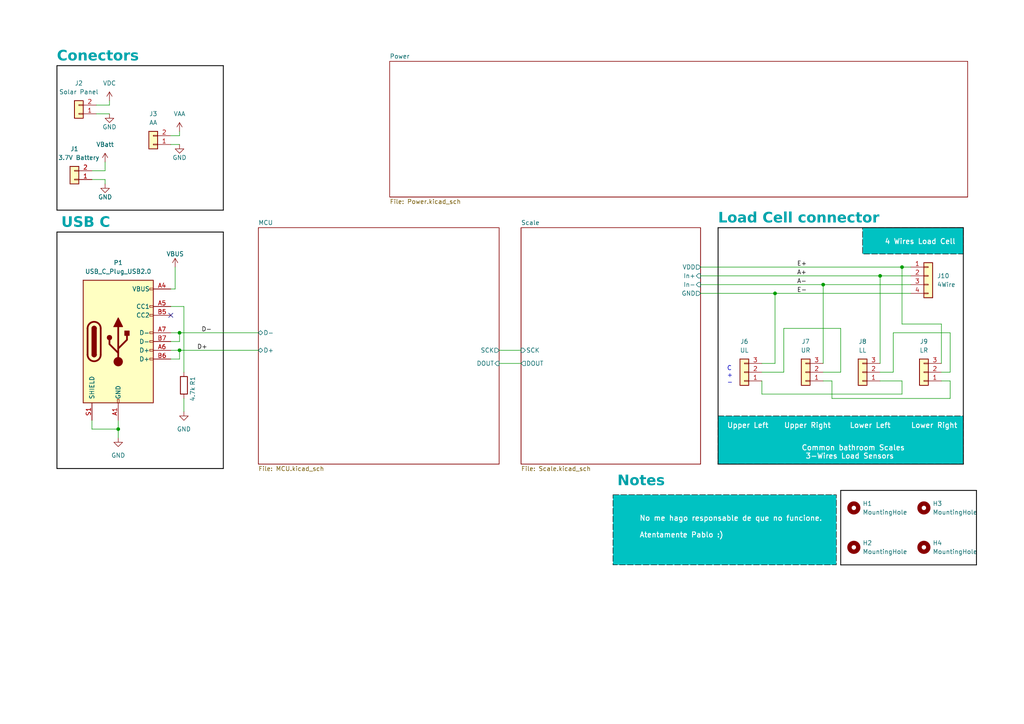
<source format=kicad_sch>
(kicad_sch (version 20231120) (generator "eeschema") (generator_version "8.0")
  (paper "A4")
  (title_block (title "Gas Weigther") (date "2023-11-04") (rev "1"))
  (lib_symbols
    (symbol "Connector:USB_C_Receptacle_USB2.0_14P" (pin_names (offset 1.016))
      (property "Reference" "J" (at 0 22.225 0))
      (property "Value" "USB_C_Receptacle_USB2.0_14P" (at 0 19.685 0))
      (symbol "USB_C_Receptacle_USB2.0_14P_0_0"
        (rectangle (start -0.254 -17.78) (end 0.254 -16.764))
        (rectangle (start 10.16 -4.826) (end 9.144 -5.334))
        (rectangle (start 10.16 -2.286) (end 9.144 -2.794))
        (rectangle (start 10.16 0.254) (end 9.144 -0.254))
        (rectangle (start 10.16 2.794) (end 9.144 2.286))
        (rectangle (start 10.16 7.874) (end 9.144 7.366))
        (rectangle (start 10.16 10.414) (end 9.144 9.906))
        (rectangle (start 10.16 15.494) (end 9.144 14.986))
      )
      (symbol "USB_C_Receptacle_USB2.0_14P_0_1"
        (rectangle (start -10.16 17.78) (end 10.16 -17.78) (stroke (width 0.254)) (fill (type background)))
        (arc (start -8.89 -3.81) (mid -6.985 -5.7067) (end -5.08 -3.81) (stroke (width 0.508)))
        (arc (start -7.62 -3.81) (mid -6.985 -4.4423) (end -6.35 -3.81) (stroke (width 0.254)))
        (arc (start -7.62 -3.81) (mid -6.985 -4.4423) (end -6.35 -3.81) (stroke (width 0.254)) (fill (type outline)))
        (rectangle (start -7.62 -3.81) (end -6.35 3.81) (stroke (width 0.254)) (fill (type outline)))
        (arc (start -6.35 3.81) (mid -6.985 4.4423) (end -7.62 3.81) (stroke (width 0.254)))
        (arc (start -6.35 3.81) (mid -6.985 4.4423) (end -7.62 3.81) (stroke (width 0.254)) (fill (type outline)))
        (arc (start -5.08 3.81) (mid -6.985 5.7067) (end -8.89 3.81) (stroke (width 0.508)))
        (circle (center -2.54 1.143) (radius 0.635) (stroke (width 0.254)) (fill (type outline)))
        (circle (center 0 -5.842) (radius 1.27) (fill (type outline)))
        (polyline (pts (xy -8.89 -3.81) (xy -8.89 3.81)) (stroke (width 0.508)))
        (polyline (pts (xy -5.08 3.81) (xy -5.08 -3.81)) (stroke (width 0.508)))
        (polyline (pts (xy 0 -5.842) (xy 0 4.318)) (stroke (width 0.508)))
        (polyline (pts (xy 0 -3.302) (xy -2.54 -0.762) (xy -2.54 0.508)) (stroke (width 0.508)))
        (polyline (pts (xy 0 -2.032) (xy 2.54 0.508) (xy 2.54 1.778)) (stroke (width 0.508)))
        (polyline (pts (xy -1.27 4.318) (xy 0 6.858) (xy 1.27 4.318) (xy -1.27 4.318)) (stroke (width 0.254)) (fill (type outline)))
        (rectangle (start 1.905 1.778) (end 3.175 3.048) (stroke (width 0.254)) (fill (type outline)))
      )
      (symbol "USB_C_Receptacle_USB2.0_14P_1_1"
        (pin passive line (at 0 -22.86 90) (length 5.08) (name "GND") (number "A1"))
        (pin passive line (at 0 -22.86 90) (length 5.08) hide (name "GND") (number "A12"))
        (pin passive line (at 15.24 15.24 180) (length 5.08) (name "VBUS") (number "A4"))
        (pin bidirectional line (at 15.24 10.16 180) (length 5.08) (name "CC1") (number "A5"))
        (pin bidirectional line (at 15.24 -2.54 180) (length 5.08) (name "D+") (number "A6"))
        (pin bidirectional line (at 15.24 2.54 180) (length 5.08) (name "D-") (number "A7"))
        (pin passive line (at 15.24 15.24 180) (length 5.08) hide (name "VBUS") (number "A9"))
        (pin passive line (at 0 -22.86 90) (length 5.08) hide (name "GND") (number "B1"))
        (pin passive line (at 0 -22.86 90) (length 5.08) hide (name "GND") (number "B12"))
        (pin passive line (at 15.24 15.24 180) (length 5.08) hide (name "VBUS") (number "B4"))
        (pin bidirectional line (at 15.24 7.62 180) (length 5.08) (name "CC2") (number "B5"))
        (pin bidirectional line (at 15.24 -5.08 180) (length 5.08) (name "D+") (number "B6"))
        (pin bidirectional line (at 15.24 0 180) (length 5.08) (name "D-") (number "B7"))
        (pin passive line (at 15.24 15.24 180) (length 5.08) hide (name "VBUS") (number "B9"))
        (pin passive line (at -7.62 -22.86 90) (length 5.08) (name "SHIELD") (number "S1"))
      )
    )
    (symbol "Connector_Generic:Conn_01x02" (pin_names (offset 1.016) hide)
      (property "Reference" "J" (at 0 2.54 0))
      (property "Value" "Conn_01x02" (at 0 -5.08 0))
      (symbol "Conn_01x02_1_1"
        (rectangle (start -1.27 -2.413) (end 0 -2.667) (stroke (width 0.1524)))
        (rectangle (start -1.27 0.127) (end 0 -0.127) (stroke (width 0.1524)))
        (rectangle (start -1.27 1.27) (end 1.27 -3.81) (stroke (width 0.254)) (fill (type background)))
        (pin passive line (at -5.08 0 0) (length 3.81) (name "Pin_1") (number "1"))
        (pin passive line (at -5.08 -2.54 0) (length 3.81) (name "Pin_2") (number "2"))
      )
    )
    (symbol "Connector_Generic:Conn_01x03" (pin_names (offset 1.016) hide)
      (property "Reference" "J" (at 0 5.08 0))
      (property "Value" "Conn_01x03" (at 0 -5.08 0))
      (symbol "Conn_01x03_1_1"
        (rectangle (start -1.27 -2.413) (end 0 -2.667) (stroke (width 0.1524)))
        (rectangle (start -1.27 0.127) (end 0 -0.127) (stroke (width 0.1524)))
        (rectangle (start -1.27 2.667) (end 0 2.413) (stroke (width 0.1524)))
        (rectangle (start -1.27 3.81) (end 1.27 -3.81) (stroke (width 0.254)) (fill (type background)))
        (pin passive line (at -5.08 2.54 0) (length 3.81) (name "Pin_1") (number "1"))
        (pin passive line (at -5.08 0 0) (length 3.81) (name "Pin_2") (number "2"))
        (pin passive line (at -5.08 -2.54 0) (length 3.81) (name "Pin_3") (number "3"))
      )
    )
    (symbol "Connector_Generic:Conn_01x04" (pin_names (offset 1.016) hide)
      (property "Reference" "J" (at 0 5.08 0))
      (property "Value" "Conn_01x04" (at 0 -7.62 0))
      (symbol "Conn_01x04_1_1"
        (rectangle (start -1.27 -4.953) (end 0 -5.207) (stroke (width 0.1524)))
        (rectangle (start -1.27 -2.413) (end 0 -2.667) (stroke (width 0.1524)))
        (rectangle (start -1.27 0.127) (end 0 -0.127) (stroke (width 0.1524)))
        (rectangle (start -1.27 2.667) (end 0 2.413) (stroke (width 0.1524)))
        (rectangle (start -1.27 3.81) (end 1.27 -6.35) (stroke (width 0.254)) (fill (type background)))
        (pin passive line (at -5.08 2.54 0) (length 3.81) (name "Pin_1") (number "1"))
        (pin passive line (at -5.08 0 0) (length 3.81) (name "Pin_2") (number "2"))
        (pin passive line (at -5.08 -2.54 0) (length 3.81) (name "Pin_3") (number "3"))
        (pin passive line (at -5.08 -5.08 0) (length 3.81) (name "Pin_4") (number "4"))
      )
    )
    (symbol "Device:R" (pin_numbers hide) (pin_names (offset 0))
      (property "Reference" "R" (at 2.032 0 90))
      (property "Value" "R" (at 0 0 90))
      (symbol "R_0_1"
        (rectangle (start -1.016 -2.54) (end 1.016 2.54) (stroke (width 0.254)))
      )
      (symbol "R_1_1"
        (pin passive line (at 0 3.81 270) (length 1.27) (name "~") (number "1"))
        (pin passive line (at 0 -3.81 90) (length 1.27) (name "~") (number "2"))
      )
    )
    (symbol "Mechanical:MountingHole" (pin_names (offset 1.016))
      (property "Reference" "H" (at 0 5.08 0))
      (property "Value" "MountingHole" (at 0 3.175 0))
      (symbol "MountingHole_0_1"
        (circle (center 0 0) (radius 1.27) (stroke (width 1.27)))
      )
    )
    (symbol "Power_Symbols:VBatt" (power) (pin_names (offset 0))
      (property "Value" "VBatt" (at 0 6.35 0))
      (symbol "VBatt_0_1"
        (polyline (pts (xy -0.762 1.27) (xy 0 2.54)))
        (polyline (pts (xy 0 0) (xy 0 2.54)))
        (polyline (pts (xy 0 2.54) (xy 0.762 1.27)))
      )
      (symbol "VBatt_1_1"
        (pin power_in line (at 0 0 90) (length 0) hide (name "VBatt") (number "1"))
      )
    )
    (symbol "power:GND" (power) (pin_names (offset 0))
      (property "Value" "GND" (at 0 -3.81 0))
      (symbol "GND_0_1"
        (polyline (pts (xy 0 0) (xy 0 -1.27) (xy 1.27 -1.27) (xy 0 -2.54) (xy -1.27 -1.27) (xy 0 -1.27)))
      )
      (symbol "GND_1_1"
        (pin power_in line (at 0 0 270) (length 0) hide (name "GND") (number "1"))
      )
    )
    (symbol "power:VAA" (power) (pin_names (offset 0))
      (property "Value" "VAA" (at 0 3.81 0))
      (symbol "VAA_0_1"
        (polyline (pts (xy -0.762 1.27) (xy 0 2.54)))
        (polyline (pts (xy 0 0) (xy 0 2.54)))
        (polyline (pts (xy 0 2.54) (xy 0.762 1.27)))
      )
      (symbol "VAA_1_1"
        (pin power_in line (at 0 0 90) (length 0) hide (name "VAA") (number "1"))
      )
    )
    (symbol "power:VBUS" (power) (pin_names (offset 0))
      (property "Value" "VBUS" (at 0 3.81 0))
      (symbol "VBUS_0_1"
        (polyline (pts (xy -0.762 1.27) (xy 0 2.54)))
        (polyline (pts (xy 0 0) (xy 0 2.54)))
        (polyline (pts (xy 0 2.54) (xy 0.762 1.27)))
      )
      (symbol "VBUS_1_1"
        (pin power_in line (at 0 0 90) (length 0) hide (name "VBUS") (number "1"))
      )
    )
    (symbol "power:VDC" (power) (pin_names (offset 0))
      (property "Value" "VDC" (at 0 6.35 0))
      (symbol "VDC_0_1"
        (polyline (pts (xy -0.762 1.27) (xy 0 2.54)))
        (polyline (pts (xy 0 0) (xy 0 2.54)))
        (polyline (pts (xy 0 2.54) (xy 0.762 1.27)))
      )
      (symbol "VDC_1_1"
        (pin power_in line (at 0 0 90) (length 0) hide (name "VDC") (number "1"))
      )
    )
  )
  (junction (at 224.79 85.09))
  (junction (at 52.07 101.6))
  (junction (at 261.62 77.47))
  (junction (at 34.29 124.46))
  (junction (at 52.07 96.52))
  (junction (at 255.27 80.01))
  (junction (at 238.76 82.55))
  (no_connect (at 49.53 91.44))
  (wire (pts (xy 261.62 114.3) (xy 261.62 110.49)))
  (polyline (pts (xy 16.51 67.31) (xy 64.77 67.31)) (stroke (width 0.25) (type solid) (color 0 0 0 1)))
  (polyline (pts (xy 208.28 66.04) (xy 279.4 66.04)) (stroke (width 0.25) (type solid) (color 0 0 0 1)))
  (wire (pts (xy 203.2 82.55) (xy 238.76 82.55)))
  (wire (pts (xy 26.67 52.07) (xy 30.48 52.07)))
  (wire (pts (xy 255.27 80.01) (xy 255.27 105.41)))
  (polyline (pts (xy 16.51 19.05) (xy 16.51 60.96)) (stroke (width 0.25) (type solid) (color 0 0 0 1)))
  (wire (pts (xy 241.3 115.57) (xy 275.59 115.57)))
  (wire (pts (xy 273.05 107.95) (xy 275.59 107.95)))
  (wire (pts (xy 275.59 115.57) (xy 275.59 110.49)))
  (wire (pts (xy 52.07 101.6) (xy 74.93 101.6)))
  (wire (pts (xy 144.78 105.41) (xy 151.13 105.41)))
  (wire (pts (xy 275.59 107.95) (xy 275.59 96.52)))
  (wire (pts (xy 50.8 77.47) (xy 50.8 83.82)))
  (polyline (pts (xy 283.21 142.24) (xy 283.21 163.83)) (stroke (width 0.25) (type solid) (color 0 0 0 1)))
  (wire (pts (xy 261.62 110.49) (xy 255.27 110.49)))
  (wire (pts (xy 220.98 114.3) (xy 220.98 110.49)))
  (polyline (pts (xy 64.77 67.31) (xy 64.77 135.89)) (stroke (width 0.25) (type solid) (color 0 0 0 1)))
  (wire (pts (xy 255.27 80.01) (xy 264.16 80.01)))
  (wire (pts (xy 27.94 33.02) (xy 31.75 33.02)))
  (wire (pts (xy 49.53 104.14) (xy 52.07 104.14)))
  (wire (pts (xy 52.07 96.52) (xy 74.93 96.52)))
  (wire (pts (xy 255.27 107.95) (xy 259.08 107.95)))
  (wire (pts (xy 49.53 41.91) (xy 52.07 41.91)))
  (wire (pts (xy 53.34 88.9) (xy 53.34 107.95)))
  (wire (pts (xy 49.53 83.82) (xy 50.8 83.82)))
  (polyline (pts (xy 279.4 134.62) (xy 208.28 134.62)) (stroke (width 0.25) (type solid) (color 0 0 0 1)))
  (wire (pts (xy 261.62 77.47) (xy 264.16 77.47)))
  (polyline (pts (xy 243.84 163.83) (xy 283.21 163.83)) (stroke (width 0.25) (type solid) (color 0 0 0 1)))
  (wire (pts (xy 52.07 104.14) (xy 52.07 101.6)))
  (polyline (pts (xy 243.84 142.24) (xy 283.21 142.24)) (stroke (width 0.25) (type solid) (color 0 0 0 1)))
  (polyline (pts (xy 64.77 135.89) (xy 16.51 135.89)) (stroke (width 0.25) (type solid) (color 0 0 0 1)))
  (wire (pts (xy 259.08 96.52) (xy 259.08 107.95)))
  (wire (pts (xy 203.2 77.47) (xy 261.62 77.47)))
  (wire (pts (xy 220.98 105.41) (xy 224.79 105.41)))
  (wire (pts (xy 275.59 110.49) (xy 273.05 110.49)))
  (wire (pts (xy 144.78 101.6) (xy 151.13 101.6)))
  (wire (pts (xy 238.76 82.55) (xy 264.16 82.55)))
  (wire (pts (xy 241.3 110.49) (xy 241.3 115.57)))
  (wire (pts (xy 224.79 85.09) (xy 224.79 105.41)))
  (wire (pts (xy 224.79 85.09) (xy 264.16 85.09)))
  (wire (pts (xy 31.75 29.21) (xy 31.75 30.48)))
  (wire (pts (xy 49.53 99.06) (xy 52.07 99.06)))
  (wire (pts (xy 243.84 95.25) (xy 227.33 95.25)))
  (wire (pts (xy 52.07 38.1) (xy 52.07 39.37)))
  (wire (pts (xy 220.98 107.95) (xy 227.33 107.95)))
  (wire (pts (xy 273.05 105.41) (xy 273.05 93.98)))
  (wire (pts (xy 27.94 30.48) (xy 31.75 30.48)))
  (wire (pts (xy 220.98 114.3) (xy 261.62 114.3)))
  (wire (pts (xy 238.76 82.55) (xy 238.76 105.41)))
  (wire (pts (xy 34.29 124.46) (xy 34.29 127)))
  (polyline (pts (xy 64.77 19.05) (xy 64.77 60.96)) (stroke (width 0.25) (type solid) (color 0 0 0 1)))
  (wire (pts (xy 238.76 110.49) (xy 241.3 110.49)))
  (wire (pts (xy 52.07 99.06) (xy 52.07 96.52)))
  (wire (pts (xy 203.2 85.09) (xy 224.79 85.09)))
  (wire (pts (xy 26.67 124.46) (xy 26.67 121.92)))
  (polyline (pts (xy 16.51 67.31) (xy 16.51 135.89)) (stroke (width 0.25) (type solid) (color 0 0 0 1)))
  (wire (pts (xy 203.2 80.01) (xy 255.27 80.01)))
  (wire (pts (xy 30.48 46.99) (xy 30.48 49.53)))
  (polyline (pts (xy 279.4 66.04) (xy 279.4 134.62)) (stroke (width 0.25) (type solid) (color 0 0 0 1)))
  (wire (pts (xy 243.84 107.95) (xy 243.84 95.25)))
  (wire (pts (xy 238.76 107.95) (xy 243.84 107.95)))
  (wire (pts (xy 49.53 96.52) (xy 52.07 96.52)))
  (wire (pts (xy 26.67 124.46) (xy 34.29 124.46)))
  (wire (pts (xy 275.59 96.52) (xy 259.08 96.52)))
  (wire (pts (xy 49.53 101.6) (xy 52.07 101.6)))
  (wire (pts (xy 273.05 93.98) (xy 261.62 93.98)))
  (wire (pts (xy 261.62 93.98) (xy 261.62 77.47)))
  (polyline (pts (xy 16.51 19.05) (xy 64.77 19.05)) (stroke (width 0.25) (type solid) (color 0 0 0 1)))
  (wire (pts (xy 34.29 121.92) (xy 34.29 124.46)))
  (wire (pts (xy 227.33 95.25) (xy 227.33 107.95)))
  (wire (pts (xy 30.48 49.53) (xy 26.67 49.53)))
  (polyline (pts (xy 64.77 60.96) (xy 16.51 60.96)) (stroke (width 0.25) (type solid) (color 0 0 0 1)))
  (polyline (pts (xy 208.28 66.04) (xy 208.28 134.62)) (stroke (width 0.25) (type solid) (color 0 0 0 1)))
  (wire (pts (xy 52.07 39.37) (xy 49.53 39.37)))
  (wire (pts (xy 30.48 53.34) (xy 30.48 52.07)))
  (wire (pts (xy 49.53 88.9) (xy 53.34 88.9)))
  (polyline (pts (xy 243.84 163.83) (xy 243.84 142.24)) (stroke (width 0.25) (type solid) (color 0 0 0 1)))
  (wire (pts (xy 53.34 115.57) (xy 53.34 119.38)))
  (rectangle (start 250.19 66.04) (end 279.4 73.66) (stroke (width 0) (type dash) (color 0 0 0 1)) (fill (type color) (color 0 194 194 1)))
  (rectangle (start 177.8 143.51) (end 242.57 163.83) (stroke (width 0) (type dash) (color 0 0 0 1)) (fill (type color) (color 0 194 194 1)))
  (rectangle (start 208.28 120.65) (end 279.4 134.62) (stroke (width 0) (type dash) (color 0 0 0 1)) (fill (type color) (color 0 194 194 1)))
  (text "Common bathroom Scales\n 3-Wires Load Sensors" (at 232.41 133.35 0) (effects (font (size 1.5 1.5) (thickness 0.2508) (bold yes)) (justify left bottom)))
  (text "Notes" (at 179.07 142.24 0) (effects (font (size 3 3) (thickness 0.6) (bold yes)) (justify left bottom)))
  (text "Upper Left" (at 210.82 124.46 0) (effects (font (size 1.5 1.5) (thickness 0.2508) (bold yes)) (justify left bottom)))
  (text "No me hago responsable de que no funcione.\n\nAtentamente Pablo :)" (at 185.42 156.21 0) (effects (font (size 1.5 1.5) (thickness 0.2508) (bold yes)) (justify left bottom)))
  (text "C\n+\n-" (at 210.82 111.76 0) (effects (font (size 1.27 1.27)) (justify left bottom)))
  (text "Load Cell connector" (at 208.28 66.04 0) (effects (font (size 3 3) (thickness 0.6) (bold yes)) (justify left bottom)))
  (text "Conectors\n" (at 16.51 19.05 0) (effects (font (size 3 3) (thickness 0.6) (bold yes)) (justify left bottom)))
  (text "USB C" (at 17.78 67.31 0) (effects (font (size 3 3) (thickness 0.6) (bold yes)) (justify left bottom)))
  (text "Lower Left" (at 246.38 124.46 0) (effects (font (size 1.5 1.5) (thickness 0.2508) (bold yes)) (justify left bottom)))
  (text "Upper Right" (at 227.33 124.46 0) (effects (font (size 1.5 1.5) (thickness 0.2508) (bold yes)) (justify left bottom)))
  (text "4 Wires Load Cell\n" (at 256.54 71.12 0) (effects (font (size 1.5 1.5) (thickness 0.2508) (bold yes)) (justify left bottom)))
  (text "Lower Right" (at 264.16 124.46 0) (effects (font (size 1.5 1.5) (thickness 0.2508) (bold yes)) (justify left bottom)))
  (label "D-" (at 58.42 96.52 0))
  (label "D+" (at 57.15 101.6 0))
  (label "A+" (at 231.14 80.01 0))
  (label "E+" (at 231.14 77.47 0))
  (label "E-" (at 231.14 85.09 0))
  (label "A-" (at 231.14 82.55 0))
  (symbol (lib_id "power:VAA") (at 52.07 38.1 0) (unit 1)
    (property "Reference" "#PWR042" (effects (hide yes)))
    (property "Value" "VAA" (at 52.07 33.02 0))
  )
  (symbol (lib_id "power:VBUS") (at 50.8 77.47 0) (unit 1)
    (property "Reference" "#PWR08" (effects (hide yes)))
    (property "Value" "VBUS" (at 50.8 73.66 0))
  )
  (symbol (lib_id "power:GND") (at 31.75 33.02 0) (unit 1)
    (property "Reference" "#PWR03" (effects (hide yes)))
    (property "Value" "GND" (at 31.75 36.83 0))
  )
  (symbol (lib_id "power:VDC") (at 31.75 29.21 0) (unit 1)
    (property "Reference" "#PWR013" (effects (hide yes)))
    (property "Value" "VDC" (at 31.75 24.13 0))
  )
  (symbol (lib_id "Connector:USB_C_Receptacle_USB2.0_14P") (at 34.29 99.06 0) (unit 1)
    (property "Reference" "P1" (at 34.29 76.2 0))
    (property "Value" "USB_C_Plug_USB2.0" (at 34.29 78.74 0))
    (property "Footprint" "Library:USB C Molex_1" (effects (hide yes)))
    (property "Datasheet" "https://www.usb.org/sites/default/files/documents/usb_type-c.zip" (effects (hide yes)))
    (property "Description" "USB 2.0-only 14P Type-C Receptacle connector" (effects (hide yes)))
  )
  (symbol (lib_id "Mechanical:MountingHole") (at 247.65 158.75 0) (unit 1)
    (property "Reference" "H2" (at 250.19 157.4799 0) (effects (justify left)))
    (property "Value" "MountingHole" (at 250.19 160.0199 0) (effects (justify left)))
    (property "Footprint" "MountingHole:MountingHole_3.2mm_M3_ISO7380" (effects (hide yes)))
  )
  (symbol (lib_id "Connector_Generic:Conn_01x03") (at 250.19 107.95 180) (unit 1)
    (property "Reference" "J8" (at 250.19 99.06 0))
    (property "Value" "LL" (at 250.19 101.6 0))
    (property "Footprint" "Connector_JST:JST_PH_B3B-PH-K_1x03_P2.00mm_Vertical" (effects (hide yes)))
  )
  (symbol (lib_id "Mechanical:MountingHole") (at 247.65 147.32 0) (unit 1)
    (property "Reference" "H1" (at 250.19 146.0499 0) (effects (justify left)))
    (property "Value" "MountingHole" (at 250.19 148.5899 0) (effects (justify left)))
    (property "Footprint" "MountingHole:MountingHole_3.2mm_M3_ISO7380" (effects (hide yes)))
  )
  (symbol (lib_id "Mechanical:MountingHole") (at 267.97 147.32 0) (unit 1)
    (property "Reference" "H3" (at 270.51 146.0499 0) (effects (justify left)))
    (property "Value" "MountingHole" (at 270.51 148.5899 0) (effects (justify left)))
    (property "Footprint" "MountingHole:MountingHole_3.2mm_M3_ISO7380" (effects (hide yes)))
  )
  (symbol (lib_id "Connector_Generic:Conn_01x02") (at 21.59 52.07 180) (unit 1)
    (property "Reference" "J1" (at 21.59 43.18 0))
    (property "Value" "3.7V Battery" (at 22.86 45.72 0))
    (property "Footprint" "Connector_JST:JST_PH_B2B-PH-K_1x02_P2.00mm_Vertical" (effects (hide yes)))
  )
  (symbol (lib_id "Connector_Generic:Conn_01x02") (at 22.86 33.02 180) (unit 1)
    (property "Reference" "J2" (at 22.86 24.13 0))
    (property "Value" "Solar Panel" (at 22.86 26.67 0))
    (property "Footprint" "Connector_JST:JST_PH_B2B-PH-K_1x02_P2.00mm_Vertical" (effects (hide yes)))
  )
  (symbol (lib_id "Connector_Generic:Conn_01x02") (at 44.45 41.91 180) (unit 1)
    (property "Reference" "J3" (at 44.45 33.02 0))
    (property "Value" "AA" (at 44.45 35.56 0))
    (property "Footprint" "Connector_JST:JST_PH_B2B-PH-K_1x02_P2.00mm_Vertical" (effects (hide yes)))
  )
  (symbol (lib_id "power:GND") (at 30.48 53.34 0) (unit 1)
    (property "Reference" "#PWR012" (effects (hide yes)))
    (property "Value" "GND" (at 30.48 57.15 0))
  )
  (symbol (lib_id "Connector_Generic:Conn_01x03") (at 267.97 107.95 180) (unit 1)
    (property "Reference" "J9" (at 267.97 99.06 0))
    (property "Value" "LR" (at 267.97 101.6 0))
    (property "Footprint" "Connector_JST:JST_PH_B3B-PH-K_1x03_P2.00mm_Vertical" (effects (hide yes)))
  )
  (symbol (lib_id "power:GND") (at 52.07 41.91 0) (unit 1)
    (property "Reference" "#PWR031" (effects (hide yes)))
    (property "Value" "GND" (at 52.07 45.72 0))
  )
  (symbol (lib_id "power:GND") (at 53.34 119.38 0) (unit 1)
    (property "Reference" "#PWR09" (effects (hide yes)))
    (property "Value" "GND" (at 53.34 124.46 0))
  )
  (symbol (lib_id "Mechanical:MountingHole") (at 267.97 158.75 0) (unit 1)
    (property "Reference" "H4" (at 270.51 157.4799 0) (effects (justify left)))
    (property "Value" "MountingHole" (at 270.51 160.0199 0) (effects (justify left)))
    (property "Footprint" "MountingHole:MountingHole_3.2mm_M3_ISO7380" (effects (hide yes)))
  )
  (symbol (lib_id "Power_Symbols:VBatt") (at 30.48 46.99 0) (unit 1)
    (property "Reference" "#PWR024" (effects (hide yes)))
    (property "Value" "VBatt" (at 30.48 41.91 0))
  )
  (symbol (lib_id "Connector_Generic:Conn_01x03") (at 233.68 107.95 180) (unit 1)
    (property "Reference" "J7" (at 233.68 99.06 0))
    (property "Value" "UR" (at 233.68 101.6 0))
    (property "Footprint" "Connector_JST:JST_PH_B3B-PH-K_1x03_P2.00mm_Vertical" (effects (hide yes)))
  )
  (symbol (lib_id "Connector_Generic:Conn_01x03") (at 215.9 107.95 180) (unit 1)
    (property "Reference" "J6" (at 215.9 99.06 0))
    (property "Value" "UL" (at 215.9 101.6 0))
    (property "Footprint" "Connector_JST:JST_PH_B3B-PH-K_1x03_P2.00mm_Vertical" (effects (hide yes)))
  )
  (symbol (lib_id "power:GND") (at 34.29 127 0) (unit 1)
    (property "Reference" "#PWR01" (effects (hide yes)))
    (property "Value" "GND" (at 34.29 132.08 0))
  )
  (symbol (lib_id "Connector_Generic:Conn_01x04") (at 269.24 80.01 0) (unit 1)
    (property "Reference" "J10" (at 271.78 80.0099 0) (effects (justify left)))
    (property "Value" "4Wire" (at 271.78 82.5499 0) (effects (justify left)))
    (property "Footprint" "Connector_JST:JST_PH_B4B-PH-K_1x04_P2.00mm_Vertical" (effects (hide yes)))
  )
  (symbol (lib_id "Device:R") (at 53.34 111.76 0) (unit 1)
    (property "Reference" "R1" (at 55.88 110.49 90))
    (property "Value" "4.7k" (at 55.88 114.3 90))
    (property "Footprint" "Resistor_SMD:R_0805_2012Metric_Pad1.20x1.40mm_HandSolder" (effects (hide yes)))
  )
  (sheet (at 74.93 66.04) (size 69.85 68.58) (stroke (width 0.1524))
    (property "Sheetname" "MCU" (at 74.93 65.3284 0) (effects (justify left bottom)))
    (property "Sheetfile" "MCU.kicad_sch" (at 74.93 135.2046 0) (effects (justify left top)))
    (pin "D+" bidirectional (at 74.93 101.6 180))
    (pin "D-" bidirectional (at 74.93 96.52 180))
    (pin "SCK" output (at 144.78 101.6 0))
    (pin "DOUT" input (at 144.78 105.41 0))
  )
  (sheet (at 113.03 17.78) (size 167.64 39.37) (stroke (width 0.1524))
    (property "Sheetname" "Power" (at 113.03 17.0684 0) (effects (justify left bottom)))
    (property "Sheetfile" "Power.kicad_sch" (at 113.03 57.7346 0) (effects (justify left top)))
  )
  (sheet (at 151.13 66.04) (size 52.07 68.58) (stroke (width 0.1524))
    (property "Sheetname" "Scale" (at 151.13 65.3284 0) (effects (justify left bottom)))
    (property "Sheetfile" "Scale.kicad_sch" (at 151.13 135.2046 0) (effects (justify left top)))
    (pin "In-" input (at 203.2 82.55 0))
    (pin "In+" input (at 203.2 80.01 0))
    (pin "SCK" input (at 151.13 101.6 180))
    (pin "DOUT" output (at 151.13 105.41 180))
    (pin "VDD" output (at 203.2 77.47 0))
    (pin "GND" output (at 203.2 85.09 0))
  )
)
</source>
